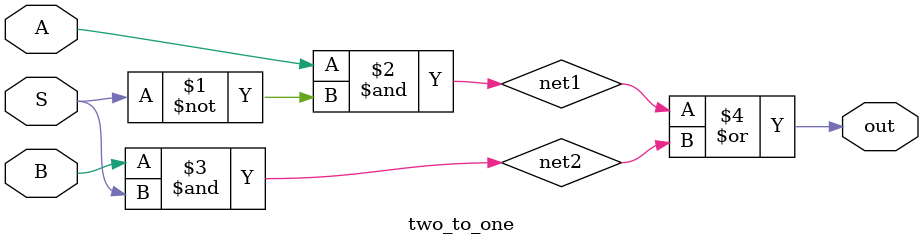
<source format=v>
module two_to_one(
		input A,
		input B,
		input S,
		output out
	);
	
	wire net1, net2;
	
	and(net1, A, ~S);
	and(net2, B, S);
	
	or(out, net1, net2);
	
    
endmodule
</source>
